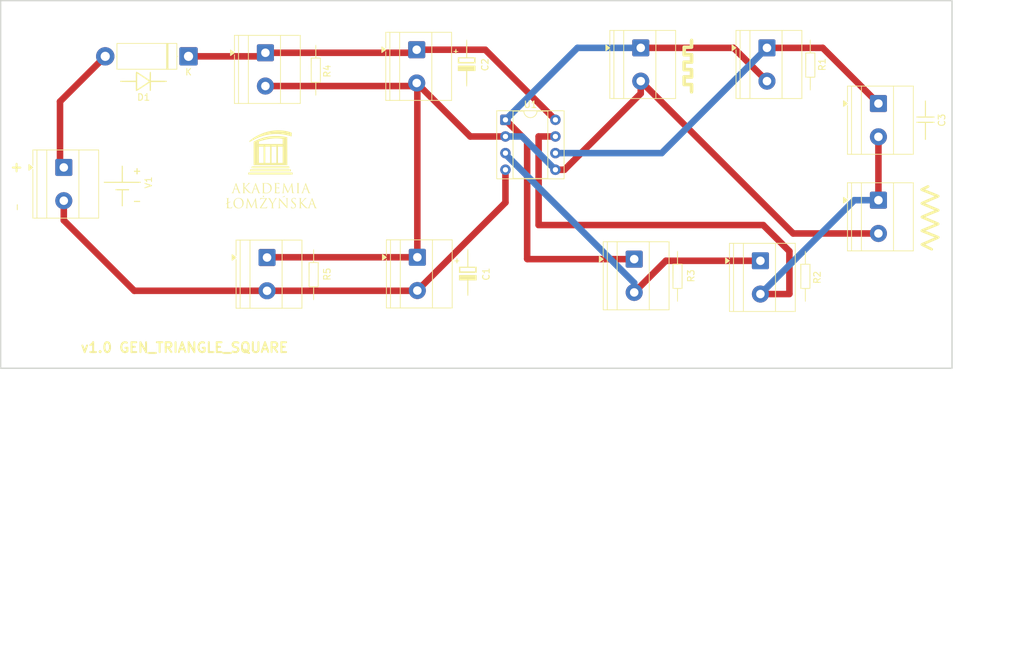
<source format=kicad_pcb>
(kicad_pcb (version 20241229) (generator "pcbnew") (generator_version "9.0")
  (layers (0 "F.Cu" signal) (2 "B.Cu" signal) (13 "F.Paste" user) (15 "B.Paste" user) (5 "F.SilkS" user "F.Silkscreen") (7 "B.SilkS" user "B.Silkscreen") (1 "F.Mask" user) (3 "B.Mask" user) (25 "Edge.Cuts" user))
  (net 0 "")
  (net 1 "GND")
  (net 2 "GNDA")
  (net 3 "VCC")
  (net 4 "Net-(U1-B-)")
  (net 5 "Net-(U1-OUT_B)")
  (net 6 "Net-(D1-A)")
  (net 7 "Net-(U1-OUT_A)")
  (net 8 "Net-(U1-A+)")
  (footprint "MountingHole:MountingHole_4.3mm_M4" (layer "F.Cu") (at 209.25 46.5)
    (property "Reference" "REF**" (hide yes))
    (property "Value" "MountingHole_4.3mm_M4" (hide yes))
    (pad "" np_thru_hole circle (at 0 0) (size 4.3 4.3) (drill 4.3) (layers "*.Cu" "*.Mask"))
  )
  (footprint "TerminalBlock_Phoenix:TerminalBlock_Phoenix_MKDS-1,5-2-5.08_1x02_P5.08mm_Horizontal" (layer "F.Cu") (at 203.3275 71.455 -90)
    (property "Reference" "R6" (hide yes))
    (property "Value" "OUTPUT 2")
    (pad "1" thru_hole roundrect (at 0 0 270) (size 2.6 2.6) (drill 1.3) (layers "*.Cu" "*.Mask") (roundrect_rratio 0.096154) (net 5 "Net-(U1-OUT_B)"))
    (pad "2" thru_hole circle (at 5.08 0 270) (size 2.6 2.6) (drill 1.3) (layers "*.Cu" "*.Mask") (net 2 "GNDA"))
  )
  (footprint "kicad moje pliki:Triangle_wave_logo" (layer "F.Cu") (at 211 74.25 90)
    (property "Reference" "G***" (hide yes))
    (property "Value" "LOGO" (hide yes))
  )
  (footprint "MountingHole:MountingHole_4.3mm_M4" (layer "F.Cu") (at 209.201041 91.400739)
    (property "Reference" "REF**" (hide yes))
    (property "Value" "MountingHole_4.3mm_M4" (hide yes))
    (pad "" np_thru_hole circle (at 0 0) (size 4.3 4.3) (drill 4.3) (layers "*.Cu" "*.Mask"))
  )
  (footprint "kicad moje pliki:kondensator_bipolarny_symbol" (layer "F.Cu") (at 210.5 59.25 90)
    (property "Reference" "C" (hide yes))
    (property "Value" "LOGO" (hide yes))
  )
  (footprint "kicad moje pliki:rezystor_symbol" (layer "F.Cu") (at 193 50.75 90)
    (property "Reference" "G***" (hide yes))
    (property "Value" "LOGO" (hide yes))
  )
  (footprint "TerminalBlock_Phoenix:TerminalBlock_Phoenix_MKDS-1,5-2-5.08_1x02_P5.08mm_Horizontal" (layer "F.Cu") (at 185.3275 80.705 -90)
    (property "Reference" "R2" (at 2.545 -8.6725 90) (layer "F.SilkS"))
    (property "Value" "4k")
    (pad "1" thru_hole roundrect (at 0 0 270) (size 2.6 2.6) (drill 1.3) (layers "*.Cu" "*.Mask") (roundrect_rratio 0.096154) (net 8 "Net-(U1-A+)"))
    (pad "2" thru_hole circle (at 5.08 0 270) (size 2.6 2.6) (drill 1.3) (layers "*.Cu" "*.Mask") (net 5 "Net-(U1-OUT_B)"))
  )
  (footprint "MountingHole:MountingHole_4.3mm_M4" (layer "F.Cu") (at 74.478333 91.362235)
    (property "Reference" "REF**" (hide yes))
    (property "Value" "MountingHole_4.3mm_M4" (hide yes))
    (pad "" np_thru_hole circle (at 0 0) (size 4.3 4.3) (drill 4.3) (layers "*.Cu" "*.Mask"))
  )
  (footprint "TerminalBlock_Phoenix:TerminalBlock_Phoenix_MKDS-1,5-2-5.08_1x02_P5.08mm_Horizontal" (layer "F.Cu") (at 167.0775 48.205 -90)
    (property "Reference" "R7" (hide yes))
    (property "Value" "OUTPUT1")
    (pad "1" thru_hole roundrect (at 0 0 270) (size 2.6 2.6) (drill 1.3) (layers "*.Cu" "*.Mask") (roundrect_rratio 0.096154) (net 7 "Net-(U1-OUT_A)"))
    (pad "2" thru_hole circle (at 5.08 0 270) (size 2.6 2.6) (drill 1.3) (layers "*.Cu" "*.Mask") (net 2 "GNDA"))
  )
  (footprint "kicad moje pliki:Square_wave_logo" (layer "F.Cu") (at 174.25 51 90)
    (property "Reference" "G***" (hide yes))
    (property "Value" "LOGO" (hide yes))
  )
  (footprint "kicad moje pliki:dioda_prostownicza" (layer "F.Cu") (at 91.5 53.25)
    (property "Reference" "G***" (hide yes))
    (property "Value" "LOGO" (hide yes))
  )
  (footprint "kicad moje pliki:rezystor_symbol" (layer "F.Cu") (at 117.25 82.75 90)
    (property "Reference" "G***" (hide yes))
    (property "Value" "LOGO" (hide yes))
  )
  (footprint "Diode_THT:D_5W_P12.70mm_Horizontal" (layer "F.Cu") (at 98.1 49.5 180)
    (property "Reference" "D1" (at 6.85 -6.25 0) (layer "F.SilkS"))
    (property "Value" "1N4148WT")
    (fp_text user "K" (at 0 -2.4 0) (layer "F.SilkS"))
    (pad "1" thru_hole roundrect (at 0 0 180) (size 2.8 2.8) (drill 1.4) (layers "*.Cu" "*.Mask") (roundrect_rratio 0.089286) (net 3 "VCC"))
    (pad "2" thru_hole circle (at 12.7 0 180) (size 2.8 2.8) (drill 1.4) (layers "*.Cu" "*.Mask") (net 6 "Net-(D1-A)"))
  )
  (footprint "TerminalBlock_Phoenix:TerminalBlock_Phoenix_MKDS-1,5-2-5.08_1x02_P5.08mm_Horizontal" (layer "F.Cu") (at 79.0775 66.455 -90)
    (property "Reference" "V1" (at 2.295 -12.9225 90) (layer "F.SilkS"))
    (property "Value" "~")
    (pad "1" thru_hole roundrect (at 0 0 270) (size 2.6 2.6) (drill 1.3) (layers "*.Cu" "*.Mask") (roundrect_rratio 0.096154) (net 6 "Net-(D1-A)"))
    (pad "2" thru_hole circle (at 5.08 0 270) (size 2.6 2.6) (drill 1.3) (layers "*.Cu" "*.Mask") (net 1 "GND"))
  )
  (footprint "kicad moje pliki:LOGO_AL" (layer "F.Cu") (at 110.749213 67.495923)
    (property "Reference" "G***" (hide yes))
    (property "Value" "LOGO" (hide yes))
  )
  (footprint "MountingHole:MountingHole_4.3mm_M4" (layer "F.Cu") (at 74.5 46.5)
    (property "Reference" "REF**" (hide yes))
    (property "Value" "MountingHole_4.3mm_M4" (hide yes))
    (pad "" np_thru_hole circle (at 0 0) (size 4.3 4.3) (drill 4.3) (layers "*.Cu" "*.Mask"))
  )
  (footprint "TerminalBlock_Phoenix:TerminalBlock_Phoenix_MKDS-1,5-2-5.08_1x02_P5.08mm_Horizontal" (layer "F.Cu") (at 203.3275 56.705 -90)
    (property "Reference" "C3" (at 2.545 -9.6725 90) (layer "F.SilkS"))
    (property "Value" "0.1uF")
    (pad "1" thru_hole roundrect (at 0 0 270) (size 2.6 2.6) (drill 1.3) (layers "*.Cu" "*.Mask") (roundrect_rratio 0.096154) (net 4 "Net-(U1-B-)"))
    (pad "2" thru_hole circle (at 5.08 0 270) (size 2.6 2.6) (drill 1.3) (layers "*.Cu" "*.Mask") (net 5 "Net-(U1-OUT_B)"))
  )
  (footprint "kicad moje pliki:kondensator_bipolarny_symbol" (layer "F.Cu") (at 140.5 50.5)
    (property "Reference" "G***" (hide yes))
    (property "Value" "LOGO" (hide yes))
  )
  (footprint "TerminalBlock_Phoenix:TerminalBlock_Phoenix_MKDS-1,5-2-5.08_1x02_P5.08mm_Horizontal" (layer "F.Cu") (at 132.905 48.49 -90)
    (property "Reference" "C2" (at 2.295 -10.4225 90) (layer "F.SilkS"))
    (property "Value" "100uF")
    (pad "1" thru_hole roundrect (at 0 0 270) (size 2.6 2.6) (drill 1.3) (layers "*.Cu" "*.Mask") (roundrect_rratio 0.096154) (net 3 "VCC"))
    (pad "2" thru_hole circle (at 5.08 0 270) (size 2.6 2.6) (drill 1.3) (layers "*.Cu" "*.Mask") (net 2 "GNDA"))
  )
  (footprint "TerminalBlock_Phoenix:TerminalBlock_Phoenix_MKDS-1,5-2-5.08_1x02_P5.08mm_Horizontal" (layer "F.Cu") (at 109.8275 48.955 -90)
    (property "Reference" "R4" (at 2.795 -9.4225 90) (layer "F.SilkS"))
    (property "Value" "470")
    (pad "1" thru_hole roundrect (at 0 0 270) (size 2.6 2.6) (drill 1.3) (layers "*.Cu" "*.Mask") (roundrect_rratio 0.096154) (net 3 "VCC"))
    (pad "2" thru_hole circle (at 5.08 0 270) (size 2.6 2.6) (drill 1.3) (layers "*.Cu" "*.Mask") (net 2 "GNDA"))
  )
  (footprint "kicad moje pliki:bateria_symbol" (layer "F.Cu") (at 88 69.25)
    (property "Reference" "G***" (hide yes))
    (property "Value" "LOGO" (hide yes))
  )
  (footprint "kicad moje pliki:rezystor_symbol" (layer "F.Cu") (at 117.5775 51.535 90)
    (property "Reference" "G***" (hide yes))
    (property "Value" "LOGO" (hide yes))
  )
  (footprint "TerminalBlock_Phoenix:TerminalBlock_Phoenix_MKDS-1,5-2-5.08_1x02_P5.08mm_Horizontal" (layer "F.Cu") (at 110.0775 80.205 -90)
    (property "Reference" "R5" (at 2.545 -9.1725 90) (layer "F.SilkS"))
    (property "Value" "470")
    (pad "1" thru_hole roundrect (at 0 0 270) (size 2.6 2.6) (drill 1.3) (layers "*.Cu" "*.Mask") (roundrect_rratio 0.096154) (net 2 "GNDA"))
    (pad "2" thru_hole circle (at 5.08 0 270) (size 2.6 2.6) (drill 1.3) (layers "*.Cu" "*.Mask") (net 1 "GND"))
  )
  (footprint "TerminalBlock_Phoenix:TerminalBlock_Phoenix_MKDS-1,5-2-5.08_1x02_P5.08mm_Horizontal" (layer "F.Cu") (at 186.3275 48.205 -90)
    (property "Reference" "R1" (at 2.545 -8.4225 90) (layer "F.SilkS"))
    (property "Value" "2.7k")
    (pad "1" thru_hole roundrect (at 0 0 270) (size 2.6 2.6) (drill 1.3) (layers "*.Cu" "*.Mask") (roundrect_rratio 0.096154) (net 4 "Net-(U1-B-)"))
    (pad "2" thru_hole circle (at 5.08 0 270) (size 2.6 2.6) (drill 1.3) (layers "*.Cu" "*.Mask") (net 7 "Net-(U1-OUT_A)"))
  )
  (footprint "TerminalBlock_Phoenix:TerminalBlock_Phoenix_MKDS-1,5-2-5.08_1x02_P5.08mm_Horizontal" (layer "F.Cu") (at 133 80.17 -90)
    (property "Reference" "C1" (at 2.58 -10.5 90) (layer "F.SilkS"))
    (property "Value" "100uF")
    (pad "1" thru_hole roundrect (at 0 0 270) (size 2.6 2.6) (drill 1.3) (layers "*.Cu" "*.Mask") (roundrect_rratio 0.096154) (net 2 "GNDA"))
    (pad "2" thru_hole circle (at 5.08 0 270) (size 2.6 2.6) (drill 1.3) (layers "*.Cu" "*.Mask") (net 1 "GND"))
  )
  (footprint "kicad moje pliki:rezystor_symbol" (layer "F.Cu") (at 192.25 83 90)
    (property "Reference" "G***" (hide yes))
    (property "Value" "LOGO" (hide yes))
  )
  (footprint "TerminalBlock_Phoenix:TerminalBlock_Phoenix_MKDS-1,5-2-5.08_1x02_P5.08mm_Horizontal" (layer "F.Cu") (at 166.0775 80.455 -90)
    (property "Reference" "R3" (at 2.545 -8.6725 90) (layer "F.SilkS"))
    (property "Value" "4.2k")
    (pad "1" thru_hole roundrect (at 0 0 270) (size 2.6 2.6) (drill 1.3) (layers "*.Cu" "*.Mask") (roundrect_rratio 0.096154) (net 7 "Net-(U1-OUT_A)"))
    (pad "2" thru_hole circle (at 5.08 0 270) (size 2.6 2.6) (drill 1.3) (layers "*.Cu" "*.Mask") (net 8 "Net-(U1-A+)"))
  )
  (footprint "Package_DIP:DIP-8_W7.62mm_Socket" (layer "F.Cu") (at 146.44 59.19)
    (property "Reference" "U1" (at 3.81 -2.33 0) (layer "F.SilkS"))
    (property "Value" "LM358")
    (pad "1" thru_hole roundrect (at 0 0) (size 1.6 1.6) (drill 0.8) (layers "*.Cu" "*.Mask") (roundrect_rratio 0.15625) (net 7 "Net-(U1-OUT_A)"))
    (pad "2" thru_hole circle (at 0 2.54) (size 1.6 1.6) (drill 0.8) (layers "*.Cu" "*.Mask") (net 2 "GNDA"))
    (pad "3" thru_hole circle (at 0 5.08) (size 1.6 1.6) (drill 0.8) (layers "*.Cu" "*.Mask") (net 8 "Net-(U1-A+)"))
    (pad "4" thru_hole circle (at 0 7.62) (size 1.6 1.6) (drill 0.8) (layers "*.Cu" "*.Mask") (net 1 "GND"))
    (pad "5" thru_hole circle (at 7.62 7.62) (size 1.6 1.6) (drill 0.8) (layers "*.Cu" "*.Mask") (net 2 "GNDA"))
    (pad "6" thru_hole circle (at 7.62 5.08) (size 1.6 1.6) (drill 0.8) (layers "*.Cu" "*.Mask") (net 4 "Net-(U1-B-)"))
    (pad "7" thru_hole circle (at 7.62 2.54) (size 1.6 1.6) (drill 0.8) (layers "*.Cu" "*.Mask") (net 5 "Net-(U1-OUT_B)"))
    (pad "8" thru_hole circle (at 7.62 0) (size 1.6 1.6) (drill 0.8) (layers "*.Cu" "*.Mask") (net 3 "VCC"))
  )
  (footprint "kicad moje pliki:kondensator_bipolarny_symbol" (layer "F.Cu") (at 140.6725 82.465)
    (property "Reference" "G***" (hide yes))
    (property "Value" "LOGO" (hide yes))
  )
  (footprint "kicad moje pliki:rezystor_symbol" (layer "F.Cu") (at 172.75 83 90)
    (property "Reference" "G***" (hide yes))
    (property "Value" "LOGO" (hide yes))
  )
  (gr_rect (start 69.446876 41) (end 214.553123 97.106246) (stroke (width 0.2)) (fill no) (layer "Edge.Cuts"))
  (gr_text "-" (at 72.5 73.25 90) (layer "F.SilkS") (effects (font (size 1 1)) (justify left bottom)))
  (gr_text "+" (at 70.75 67.25 0) (layer "F.SilkS") (effects (font (size 1.5 1.5) (thickness 0.3) (bold yes)) (justify left bottom)))
  (gr_text "v1.0 GEN_TRIANGLE_SQUARE\n\n" (at 81.5 97.25 0) (layer "F.SilkS") (effects (font (size 1.5 1.5) (thickness 0.3) (bold yes)) (justify left bottom)))
  (segment (start 146.44 71.81) (end 146.44 66.81) (width 1) (layer "F.Cu") (net 1))
  (segment (start 132.965 85.285) (end 133 85.25) (width 1) (layer "F.Cu") (net 1))
  (segment (start 79.0775 74.535) (end 89.8275 85.285) (width 1) (layer "F.Cu") (net 1))
  (segment (start 79.0775 71.535) (end 79.0775 74.535) (width 1) (layer "F.Cu") (net 1))
  (segment (start 133 85.25) (end 146.44 71.81) (width 1) (layer "F.Cu") (net 1))
  (segment (start 89.8275 85.285) (end 110.0775 85.285) (width 1) (layer "F.Cu") (net 1))
  (segment (start 110.0775 85.285) (end 132.965 85.285) (width 1) (layer "F.Cu") (net 1))
  (segment (start 132.905 53.57) (end 141.065 61.73) (width 1) (layer "F.Cu") (net 2))
  (segment (start 167.0775 53.285) (end 167.0775 55.1725) (width 1) (layer "F.Cu") (net 2))
  (segment (start 109.8275 54.035) (end 132.44 54.035) (width 1) (layer "F.Cu") (net 2))
  (segment (start 110.1125 80.17) (end 110.0775 80.205) (width 1) (layer "F.Cu") (net 2))
  (segment (start 190.3275 76.535) (end 203.3275 76.535) (width 1) (layer "F.Cu") (net 2))
  (segment (start 167.0775 53.285) (end 190.3275 76.535) (width 1) (layer "F.Cu") (net 2))
  (segment (start 133 53.665) (end 132.905 53.57) (width 1) (layer "F.Cu") (net 2))
  (segment (start 141.065 61.73) (end 146.44 61.73) (width 1) (layer "F.Cu") (net 2))
  (segment (start 167.0775 55.1725) (end 155.44 66.81) (width 1) (layer "F.Cu") (net 2))
  (segment (start 132.44 54.035) (end 132.905 53.57) (width 1) (layer "F.Cu") (net 2))
  (segment (start 133 80.17) (end 110.1125 80.17) (width 1) (layer "F.Cu") (net 2))
  (segment (start 133 80.17) (end 133 53.665) (width 1) (layer "F.Cu") (net 2))
  (segment (start 155.44 66.81) (end 154.06 66.81) (width 1) (layer "F.Cu") (net 2))
  (segment (start 146.44 61.73) (end 148.98 61.73) (width 1) (layer "B.Cu") (net 2))
  (segment (start 148.98 61.73) (end 154.06 66.81) (width 1) (layer "B.Cu") (net 2))
  (segment (start 98.1 49.5) (end 109.2825 49.5) (width 1) (layer "F.Cu") (net 3))
  (segment (start 109.2825 49.5) (end 109.8275 48.955) (width 1) (layer "F.Cu") (net 3))
  (segment (start 132.44 48.955) (end 132.905 48.49) (width 1) (layer "F.Cu") (net 3))
  (segment (start 109.8275 48.955) (end 132.44 48.955) (width 1) (layer "F.Cu") (net 3))
  (segment (start 132.905 48.49) (end 143.36 48.49) (width 1) (layer "F.Cu") (net 3))
  (segment (start 143.36 48.49) (end 154.06 59.19) (width 1) (layer "F.Cu") (net 3))
  (segment (start 186.3275 48.205) (end 194.8275 48.205) (width 1) (layer "F.Cu") (net 4))
  (segment (start 194.8275 48.205) (end 203.3275 56.705) (width 1) (layer "F.Cu") (net 4))
  (segment (start 154.06 64.27) (end 170.2625 64.27) (width 1) (layer "B.Cu") (net 4))
  (segment (start 170.2625 64.27) (end 186.3275 48.205) (width 1) (layer "B.Cu") (net 4))
  (segment (start 185.3275 85.785) (end 189.715 85.785) (width 1) (layer "F.Cu") (net 5))
  (segment (start 151.5 61.73) (end 154.06 61.73) (width 1) (layer "F.Cu") (net 5))
  (segment (start 185.75 75.25) (end 151.5 75.25) (width 1) (layer "F.Cu") (net 5))
  (segment (start 151.5 75.25) (end 151.5 61.73) (width 1) (layer "F.Cu") (net 5))
  (segment (start 203.3275 61.785) (end 203.3275 71.455) (width 1) (layer "F.Cu") (net 5))
  (segment (start 189.75 79.25) (end 185.75 75.25) (width 1) (layer "F.Cu") (net 5))
  (segment (start 189.715 85.785) (end 189.75 85.75) (width 1) (layer "F.Cu") (net 5))
  (segment (start 189.75 85.75) (end 189.75 79.25) (width 1) (layer "F.Cu") (net 5))
  (segment (start 203.3275 71.455) (end 199.6575 71.455) (width 1) (layer "B.Cu") (net 5))
  (segment (start 199.6575 71.455) (end 185.3275 85.785) (width 1) (layer "B.Cu") (net 5))
  (segment (start 79.0775 66.455) (end 78.5 65.8775) (width 1) (layer "F.Cu") (net 6))
  (segment (start 78.5 65.8775) (end 78.5 56.4) (width 1) (layer "F.Cu") (net 6))
  (segment (start 78.5 56.4) (end 85.4 49.5) (width 1) (layer "F.Cu") (net 6))
  (segment (start 149.75 80.41) (end 149.795 80.455) (width 1) (layer "F.Cu") (net 7))
  (segment (start 149.75 62.5) (end 149.75 80.41) (width 1) (layer "F.Cu") (net 7))
  (segment (start 167.0775 48.205) (end 181.2475 48.205) (width 1) (layer "F.Cu") (net 7))
  (segment (start 181.2475 48.205) (end 186.3275 53.285) (width 1) (layer "F.Cu") (net 7))
  (segment (start 149.795 80.455) (end 166.0775 80.455) (width 1) (layer "F.Cu") (net 7))
  (segment (start 146.44 59.19) (end 149.75 62.5) (width 1) (layer "F.Cu") (net 7))
  (segment (start 146.44 59.19) (end 157.425 48.205) (width 1) (layer "B.Cu") (net 7))
  (segment (start 157.425 48.205) (end 167.0775 48.205) (width 1) (layer "B.Cu") (net 7))
  (segment (start 166.0775 85.535) (end 170.9075 80.705) (width 1) (layer "F.Cu") (net 8))
  (segment (start 170.9075 80.705) (end 185.3275 80.705) (width 1) (layer "F.Cu") (net 8))
  (segment (start 166.0775 84.0775) (end 166.0775 85.535) (width 1) (layer "B.Cu") (net 8))
  (segment (start 146.44 64.44) (end 166.0775 84.0775) (width 1) (layer "B.Cu") (net 8))
  (segment (start 146.44 64.27) (end 146.44 64.44) (width 1) (layer "B.Cu") (net 8))
)
</source>
